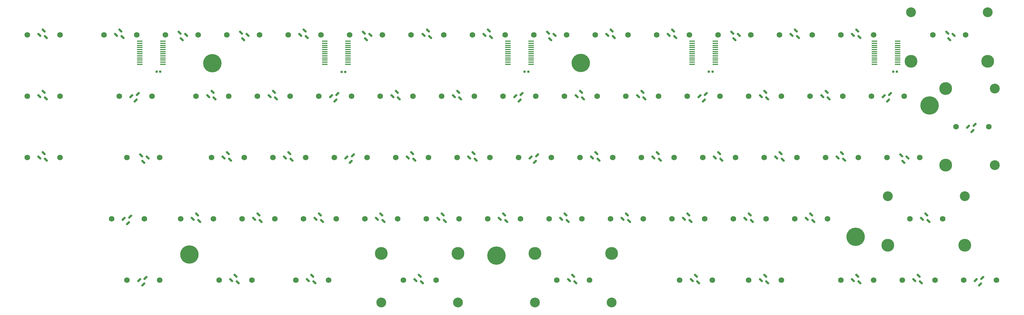
<source format=gbr>
%TF.GenerationSoftware,KiCad,Pcbnew,8.0.6*%
%TF.CreationDate,2024-12-02T23:32:27+01:00*%
%TF.ProjectId,layout_board,6c61796f-7574-45f6-926f-6172642e6b69,rev?*%
%TF.SameCoordinates,Original*%
%TF.FileFunction,Soldermask,Bot*%
%TF.FilePolarity,Negative*%
%FSLAX46Y46*%
G04 Gerber Fmt 4.6, Leading zero omitted, Abs format (unit mm)*
G04 Created by KiCad (PCBNEW 8.0.6) date 2024-12-02 23:32:27*
%MOMM*%
%LPD*%
G01*
G04 APERTURE LIST*
G04 Aperture macros list*
%AMRoundRect*
0 Rectangle with rounded corners*
0 $1 Rounding radius*
0 $2 $3 $4 $5 $6 $7 $8 $9 X,Y pos of 4 corners*
0 Add a 4 corners polygon primitive as box body*
4,1,4,$2,$3,$4,$5,$6,$7,$8,$9,$2,$3,0*
0 Add four circle primitives for the rounded corners*
1,1,$1+$1,$2,$3*
1,1,$1+$1,$4,$5*
1,1,$1+$1,$6,$7*
1,1,$1+$1,$8,$9*
0 Add four rect primitives between the rounded corners*
20,1,$1+$1,$2,$3,$4,$5,0*
20,1,$1+$1,$4,$5,$6,$7,0*
20,1,$1+$1,$6,$7,$8,$9,0*
20,1,$1+$1,$8,$9,$2,$3,0*%
G04 Aperture macros list end*
%ADD10RoundRect,0.150000X-0.309359X-0.521491X0.521491X0.309359X0.309359X0.521491X-0.521491X-0.309359X0*%
%ADD11RoundRect,0.150000X-0.521491X0.309359X0.309359X-0.521491X0.521491X-0.309359X-0.309359X0.521491X0*%
%ADD12RoundRect,0.150000X0.521491X-0.309359X-0.309359X0.521491X-0.521491X0.309359X0.309359X-0.521491X0*%
%ADD13C,3.600000*%
%ADD14C,5.700000*%
%ADD15C,1.750000*%
%ADD16C,3.987800*%
%ADD17C,3.048000*%
%ADD18R,1.750000X0.450000*%
%ADD19RoundRect,0.155000X0.212500X0.155000X-0.212500X0.155000X-0.212500X-0.155000X0.212500X-0.155000X0*%
G04 APERTURE END LIST*
D10*
%TO.C,U4:14*%
X329275413Y-113637087D03*
X327277836Y-114291161D03*
X328621339Y-115634664D03*
%TD*%
D11*
%TO.C,U4:12*%
X291175413Y-114962913D03*
X290521339Y-112965336D03*
X289177836Y-114308839D03*
%TD*%
%TO.C,U3:2*%
X86387913Y-95912913D03*
X85733839Y-93915336D03*
X84390336Y-95258839D03*
%TD*%
%TO.C,U2:5*%
X153062913Y-76862913D03*
X152408839Y-74865336D03*
X151065336Y-76208839D03*
%TD*%
%TO.C,U3:4*%
X124487913Y-95912913D03*
X123833839Y-93915336D03*
X122490336Y-95258839D03*
%TD*%
%TO.C,U2:9*%
X229262913Y-76862913D03*
X228608839Y-74865336D03*
X227265336Y-76208839D03*
%TD*%
%TO.C,U0:12*%
X272125413Y-38762913D03*
X271471339Y-36765336D03*
X270127836Y-38108839D03*
%TD*%
D12*
%TO.C,U0:8*%
X194599587Y-37437087D03*
X195253661Y-39434664D03*
X196597164Y-38091161D03*
%TD*%
%TO.C,U0:2*%
X80299587Y-37437087D03*
X80953661Y-39434664D03*
X82297164Y-38091161D03*
%TD*%
D11*
%TO.C,U4:5*%
X155444163Y-114962913D03*
X154790089Y-112965336D03*
X153446586Y-114308839D03*
%TD*%
%TO.C,U2:11*%
X267362913Y-76862913D03*
X266708839Y-74865336D03*
X265365336Y-76208839D03*
%TD*%
%TO.C,U0:13*%
X291175413Y-38762913D03*
X290521339Y-36765336D03*
X289177836Y-38108839D03*
%TD*%
%TO.C,U2:8*%
X210212913Y-76862913D03*
X209558839Y-74865336D03*
X208215336Y-76208839D03*
%TD*%
%TO.C,U1:0*%
X38762913Y-57812913D03*
X38108839Y-55815336D03*
X36765336Y-57158839D03*
%TD*%
%TO.C,U0:1*%
X62575413Y-38762913D03*
X61921339Y-36765336D03*
X60577836Y-38108839D03*
%TD*%
%TO.C,U3:5*%
X143537913Y-95912913D03*
X142883839Y-93915336D03*
X141540336Y-95258839D03*
%TD*%
%TO.C,U1:12*%
X281650413Y-57812913D03*
X280996339Y-55815336D03*
X279652836Y-57158839D03*
%TD*%
%TO.C,U4:10*%
X262600413Y-114962913D03*
X261946339Y-112965336D03*
X260602836Y-114308839D03*
%TD*%
%TO.C,U2:6*%
X172112913Y-76862913D03*
X171458839Y-74865336D03*
X170115336Y-76208839D03*
%TD*%
%TO.C,U3:11*%
X257837913Y-95912913D03*
X257183839Y-93915336D03*
X255840336Y-95258839D03*
%TD*%
%TO.C,U3:6*%
X162587913Y-95912913D03*
X161933839Y-93915336D03*
X160590336Y-95258839D03*
%TD*%
D10*
%TO.C,U2:4*%
X134012913Y-75537087D03*
X132015336Y-76191161D03*
X133358839Y-77534664D03*
%TD*%
%TO.C,U1:13*%
X300700413Y-56487087D03*
X298702836Y-57141161D03*
X300046339Y-58484664D03*
%TD*%
D11*
%TO.C,U2:3*%
X114962913Y-76862913D03*
X114308839Y-74865336D03*
X112965336Y-76208839D03*
%TD*%
D10*
%TO.C,U4:1*%
X69719163Y-113637087D03*
X67721586Y-114291161D03*
X69065089Y-115634664D03*
%TD*%
D11*
%TO.C,U0:0*%
X38762913Y-38762913D03*
X38108839Y-36765336D03*
X36765336Y-38108839D03*
%TD*%
D12*
%TO.C,U0:14*%
X318424587Y-37437087D03*
X319078661Y-39434664D03*
X320422164Y-38091161D03*
%TD*%
D11*
%TO.C,U0:7*%
X176875413Y-38762913D03*
X176221339Y-36765336D03*
X174877836Y-38108839D03*
%TD*%
%TO.C,U3:9*%
X219737913Y-95912913D03*
X219083839Y-93915336D03*
X217740336Y-95258839D03*
%TD*%
%TO.C,U1:11*%
X262600413Y-57812913D03*
X261946339Y-55815336D03*
X260602836Y-57158839D03*
%TD*%
D10*
%TO.C,U1:7*%
X186400413Y-56487087D03*
X184402836Y-57141161D03*
X185746339Y-58484664D03*
%TD*%
D11*
%TO.C,U0:10*%
X234025413Y-38762913D03*
X233371339Y-36765336D03*
X232027836Y-38108839D03*
%TD*%
%TO.C,U1:9*%
X224500413Y-57812913D03*
X223846339Y-55815336D03*
X222502836Y-57158839D03*
%TD*%
D10*
%TO.C,U1:10*%
X243550413Y-56487087D03*
X241552836Y-57141161D03*
X242896339Y-58484664D03*
%TD*%
D11*
%TO.C,U2:0*%
X38762913Y-76862913D03*
X38108839Y-74865336D03*
X36765336Y-76208839D03*
%TD*%
D12*
%TO.C,U0:5*%
X137449587Y-37437087D03*
X138103661Y-39434664D03*
X139447164Y-38091161D03*
%TD*%
%TO.C,U0:3*%
X99349587Y-37437087D03*
X100003661Y-39434664D03*
X101347164Y-38091161D03*
%TD*%
D11*
%TO.C,U3:13*%
X312606663Y-95912913D03*
X311952589Y-93915336D03*
X310609086Y-95258839D03*
%TD*%
%TO.C,U1:2*%
X91150413Y-57812913D03*
X90496339Y-55815336D03*
X89152836Y-57158839D03*
%TD*%
%TO.C,U1:5*%
X148300413Y-57812913D03*
X147646339Y-55815336D03*
X146302836Y-57158839D03*
%TD*%
%TO.C,U0:4*%
X119725413Y-38762913D03*
X119071339Y-36765336D03*
X117727836Y-38108839D03*
%TD*%
D12*
%TO.C,U0:11*%
X251749587Y-37437087D03*
X252403661Y-39434664D03*
X253747164Y-38091161D03*
%TD*%
D11*
%TO.C,U1:6*%
X167350413Y-57812913D03*
X166696339Y-55815336D03*
X165352836Y-57158839D03*
%TD*%
%TO.C,U3:10*%
X238787913Y-95912913D03*
X238133839Y-93915336D03*
X236790336Y-95258839D03*
%TD*%
D10*
%TO.C,U3:1*%
X64956663Y-94587087D03*
X62959086Y-95241161D03*
X64302589Y-96584664D03*
%TD*%
%TO.C,U1:4*%
X129250413Y-56487087D03*
X127252836Y-57141161D03*
X128596339Y-58484664D03*
%TD*%
D11*
%TO.C,U3:3*%
X105437913Y-95912913D03*
X104783839Y-93915336D03*
X103440336Y-95258839D03*
%TD*%
%TO.C,U0:9*%
X214975413Y-38762913D03*
X214321339Y-36765336D03*
X212977836Y-38108839D03*
%TD*%
%TO.C,U3:12*%
X276887913Y-95912913D03*
X276233839Y-93915336D03*
X274890336Y-95258839D03*
%TD*%
%TO.C,U0:6*%
X158016038Y-38762913D03*
X157361964Y-36765336D03*
X156018461Y-38108839D03*
%TD*%
%TO.C,U2:2*%
X95912913Y-76862913D03*
X95258839Y-74865336D03*
X93915336Y-76208839D03*
%TD*%
D10*
%TO.C,U1:1*%
X67337913Y-56487087D03*
X65340336Y-57141161D03*
X66683839Y-58484664D03*
%TD*%
D11*
%TO.C,U1:3*%
X110200413Y-57812913D03*
X109546339Y-55815336D03*
X108202836Y-57158839D03*
%TD*%
%TO.C,U2:12*%
X286412913Y-76862913D03*
X285758839Y-74865336D03*
X284415336Y-76208839D03*
%TD*%
%TO.C,U4:2*%
X98294163Y-114962913D03*
X97640089Y-112965336D03*
X96296586Y-114308839D03*
%TD*%
%TO.C,U4:13*%
X310225413Y-114962913D03*
X309571339Y-112965336D03*
X308227836Y-114308839D03*
%TD*%
%TO.C,U3:7*%
X181637913Y-95912913D03*
X180983839Y-93915336D03*
X179640336Y-95258839D03*
%TD*%
%TO.C,U1:8*%
X205450413Y-57812913D03*
X204796339Y-55815336D03*
X203452836Y-57158839D03*
%TD*%
D12*
%TO.C,U2:13*%
X304137087Y-75537087D03*
X304791161Y-77534664D03*
X306134664Y-76191161D03*
%TD*%
D11*
%TO.C,U3:8*%
X200687913Y-95912913D03*
X200033839Y-93915336D03*
X198690336Y-95258839D03*
%TD*%
%TO.C,U2:10*%
X248312913Y-76862913D03*
X247658839Y-74865336D03*
X246315336Y-76208839D03*
%TD*%
%TO.C,U4:9*%
X241169163Y-114962913D03*
X240515089Y-112965336D03*
X239171586Y-114308839D03*
%TD*%
D10*
%TO.C,U2:7*%
X191162913Y-75537087D03*
X189165336Y-76191161D03*
X190508839Y-77534664D03*
%TD*%
%TO.C,U1:14*%
X326894163Y-66012087D03*
X324896586Y-66666161D03*
X326240089Y-68009664D03*
%TD*%
D12*
%TO.C,U2:1*%
X68393337Y-75537087D03*
X69047411Y-77534664D03*
X70390914Y-76191161D03*
%TD*%
D11*
%TO.C,U4:3*%
X122106663Y-114962913D03*
X121452589Y-112965336D03*
X120109086Y-114308839D03*
%TD*%
%TO.C,U4:7*%
X203069163Y-114962913D03*
X202415089Y-112965336D03*
X201071586Y-114308839D03*
%TD*%
D13*
%TO.C,REF\u002A\u002A*%
X83299194Y-106307978D03*
D14*
X83299194Y-106307978D03*
%TD*%
D13*
%TO.C,REF\u002A\u002A*%
X312940798Y-60022470D03*
D14*
X312940798Y-60022470D03*
%TD*%
D13*
%TO.C,REF\u002A\u002A*%
X204780049Y-46851192D03*
D14*
X204780049Y-46851192D03*
%TD*%
D13*
%TO.C,REF\u002A\u002A*%
X290021286Y-100838549D03*
D14*
X290021286Y-100838549D03*
%TD*%
D13*
%TO.C,REF\u002A\u002A*%
X178623528Y-106680048D03*
D14*
X178623528Y-106680048D03*
%TD*%
D13*
%TO.C,REF\u002A\u002A*%
X90480145Y-46888399D03*
D14*
X90480145Y-46888399D03*
%TD*%
D15*
%TO.C,REF\u002A\u002A*%
X204470000Y-76200000D03*
X214630000Y-76200000D03*
%TD*%
%TO.C,REF\u002A\u002A*%
X223520000Y-76200000D03*
X233680000Y-76200000D03*
%TD*%
%TO.C,REF\u002A\u002A*%
X171132500Y-38100000D03*
X181292500Y-38100000D03*
%TD*%
%TO.C,REF\u002A\u002A*%
X61595000Y-57150000D03*
X71755000Y-57150000D03*
%TD*%
%TO.C,REF\u002A\u002A*%
X180657500Y-57150000D03*
X190817500Y-57150000D03*
%TD*%
%TO.C,REF\u002A\u002A*%
X285432500Y-38100000D03*
X295592500Y-38100000D03*
%TD*%
%TO.C,REF\u002A\u002A*%
X75882500Y-38100000D03*
X86042500Y-38100000D03*
%TD*%
%TO.C,REF\u002A\u002A*%
X233045000Y-95250000D03*
X243205000Y-95250000D03*
%TD*%
%TO.C,REF\u002A\u002A*%
X123507500Y-57150000D03*
X133667500Y-57150000D03*
%TD*%
%TO.C,REF\u002A\u002A*%
X137795000Y-95250000D03*
X147955000Y-95250000D03*
%TD*%
%TO.C,REF\u002A\u002A*%
X166370000Y-76200000D03*
X176530000Y-76200000D03*
%TD*%
%TO.C,REF\u002A\u002A*%
X228282500Y-38100000D03*
X238442500Y-38100000D03*
%TD*%
%TO.C,REF\u002A\u002A*%
X314007500Y-38100000D03*
X324167500Y-38100000D03*
%TD*%
D16*
%TO.C,REF\u002A\u002A*%
X317976250Y-54768750D03*
X317976250Y-78581250D03*
D17*
X333216250Y-54768750D03*
X333216250Y-78581250D03*
%TD*%
D15*
%TO.C,REF\u002A\u002A*%
X209232500Y-38100000D03*
X219392500Y-38100000D03*
%TD*%
%TO.C,REF\u002A\u002A*%
X304482500Y-114300000D03*
X314642500Y-114300000D03*
%TD*%
%TO.C,REF\u002A\u002A*%
X247332500Y-38100000D03*
X257492500Y-38100000D03*
%TD*%
D17*
%TO.C,REF\u002A\u002A*%
X307181250Y-31115000D03*
D16*
X307181250Y-46355000D03*
D17*
X330993750Y-31115000D03*
D16*
X330993750Y-46355000D03*
%TD*%
D15*
%TO.C,REF\u002A\u002A*%
X175895000Y-95250000D03*
X186055000Y-95250000D03*
%TD*%
%TO.C,REF\u002A\u002A*%
X104457500Y-57150000D03*
X114617500Y-57150000D03*
%TD*%
%TO.C,REF\u002A\u002A*%
X190182500Y-38100000D03*
X200342500Y-38100000D03*
%TD*%
%TO.C,REF\u002A\u002A*%
X218757500Y-57150000D03*
X228917500Y-57150000D03*
%TD*%
%TO.C,REF\u002A\u002A*%
X252095000Y-95250000D03*
X262255000Y-95250000D03*
%TD*%
%TO.C,REF\u002A\u002A*%
X237807500Y-57150000D03*
X247967500Y-57150000D03*
%TD*%
%TO.C,REF\u002A\u002A*%
X63976250Y-114300000D03*
X74136250Y-114300000D03*
%TD*%
%TO.C,REF\u002A\u002A*%
X280670000Y-76200000D03*
X290830000Y-76200000D03*
%TD*%
%TO.C,REF\u002A\u002A*%
X321151250Y-66675000D03*
X331311250Y-66675000D03*
%TD*%
%TO.C,REF\u002A\u002A*%
X147320000Y-76200000D03*
X157480000Y-76200000D03*
%TD*%
D17*
%TO.C,REF\u002A\u002A*%
X166687500Y-121285000D03*
D16*
X166687500Y-106045000D03*
D17*
X142875000Y-121285000D03*
D16*
X142875000Y-106045000D03*
%TD*%
D15*
%TO.C,REF\u002A\u002A*%
X242570000Y-76200000D03*
X252730000Y-76200000D03*
%TD*%
%TO.C,REF\u002A\u002A*%
X142557500Y-57150000D03*
X152717500Y-57150000D03*
%TD*%
%TO.C,REF\u002A\u002A*%
X133032500Y-38100000D03*
X143192500Y-38100000D03*
%TD*%
%TO.C,REF\u002A\u002A*%
X149701250Y-114300000D03*
X159861250Y-114300000D03*
%TD*%
%TO.C,REF\u002A\u002A*%
X294957500Y-57150000D03*
X305117500Y-57150000D03*
%TD*%
%TO.C,REF\u002A\u002A*%
X128270000Y-76200000D03*
X138430000Y-76200000D03*
%TD*%
%TO.C,REF\u002A\u002A*%
X59213750Y-95250000D03*
X69373750Y-95250000D03*
%TD*%
%TO.C,REF\u002A\u002A*%
X113982500Y-38100000D03*
X124142500Y-38100000D03*
%TD*%
%TO.C,REF\u002A\u002A*%
X323532500Y-114300000D03*
X333692500Y-114300000D03*
%TD*%
D17*
%TO.C,REF\u002A\u002A*%
X214312500Y-121285000D03*
D16*
X214312500Y-106045000D03*
D17*
X190500000Y-121285000D03*
D16*
X190500000Y-106045000D03*
%TD*%
D15*
%TO.C,REF\u002A\u002A*%
X94932500Y-38100000D03*
X105092500Y-38100000D03*
%TD*%
%TO.C,REF\u002A\u002A*%
X80645000Y-95250000D03*
X90805000Y-95250000D03*
%TD*%
%TO.C,REF\u002A\u002A*%
X63976250Y-76200000D03*
X74136250Y-76200000D03*
%TD*%
%TO.C,REF\u002A\u002A*%
X56832500Y-38100000D03*
X66992500Y-38100000D03*
%TD*%
%TO.C,REF\u002A\u002A*%
X194945000Y-95250000D03*
X205105000Y-95250000D03*
%TD*%
%TO.C,REF\u002A\u002A*%
X118745000Y-95250000D03*
X128905000Y-95250000D03*
%TD*%
%TO.C,REF\u002A\u002A*%
X152082500Y-38100000D03*
X162242500Y-38100000D03*
%TD*%
%TO.C,REF\u002A\u002A*%
X199707500Y-57150000D03*
X209867500Y-57150000D03*
%TD*%
%TO.C,REF\u002A\u002A*%
X99695000Y-95250000D03*
X109855000Y-95250000D03*
%TD*%
%TO.C,REF\u002A\u002A*%
X275907500Y-57150000D03*
X286067500Y-57150000D03*
%TD*%
%TO.C,REF\u002A\u002A*%
X33020000Y-57150000D03*
X43180000Y-57150000D03*
%TD*%
%TO.C,REF\u002A\u002A*%
X33020000Y-76200000D03*
X43180000Y-76200000D03*
%TD*%
%TO.C,REF\u002A\u002A*%
X156845000Y-95250000D03*
X167005000Y-95250000D03*
%TD*%
%TO.C,REF\u002A\u002A*%
X90170000Y-76200000D03*
X100330000Y-76200000D03*
%TD*%
%TO.C,REF\u002A\u002A*%
X33020000Y-38100000D03*
X43180000Y-38100000D03*
%TD*%
%TO.C,REF\u002A\u002A*%
X266382500Y-38100000D03*
X276542500Y-38100000D03*
%TD*%
%TO.C,REF\u002A\u002A*%
X256857500Y-57150000D03*
X267017500Y-57150000D03*
%TD*%
%TO.C,REF\u002A\u002A*%
X161607500Y-57150000D03*
X171767500Y-57150000D03*
%TD*%
%TO.C,REF\u002A\u002A*%
X213995000Y-95250000D03*
X224155000Y-95250000D03*
%TD*%
%TO.C,REF\u002A\u002A*%
X109220000Y-76200000D03*
X119380000Y-76200000D03*
%TD*%
D17*
%TO.C,REF\u002A\u002A*%
X300037500Y-88265000D03*
D16*
X300037500Y-103505000D03*
D17*
X323850000Y-88265000D03*
D16*
X323850000Y-103505000D03*
%TD*%
D15*
%TO.C,REF\u002A\u002A*%
X235426250Y-114300000D03*
X245586250Y-114300000D03*
%TD*%
%TO.C,REF\u002A\u002A*%
X185420000Y-76200000D03*
X195580000Y-76200000D03*
%TD*%
%TO.C,REF\u002A\u002A*%
X285432500Y-114300000D03*
X295592500Y-114300000D03*
%TD*%
%TO.C,REF\u002A\u002A*%
X256857500Y-114300000D03*
X267017500Y-114300000D03*
%TD*%
%TO.C,REF\u002A\u002A*%
X271145000Y-95250000D03*
X281305000Y-95250000D03*
%TD*%
%TO.C,REF\u002A\u002A*%
X85407500Y-57150000D03*
X95567500Y-57150000D03*
%TD*%
%TO.C,REF\u002A\u002A*%
X116363750Y-114300000D03*
X126523750Y-114300000D03*
%TD*%
%TO.C,REF\u002A\u002A*%
X299720000Y-76200000D03*
X309880000Y-76200000D03*
%TD*%
%TO.C,REF\u002A\u002A*%
X306863750Y-95250000D03*
X317023750Y-95250000D03*
%TD*%
%TO.C,REF\u002A\u002A*%
X92551250Y-114300000D03*
X102711250Y-114300000D03*
%TD*%
%TO.C,REF\u002A\u002A*%
X261620000Y-76200000D03*
X271780000Y-76200000D03*
%TD*%
%TO.C,REF\u002A\u002A*%
X197326250Y-114300000D03*
X207486250Y-114300000D03*
%TD*%
D18*
%TO.C,U2*%
X125332744Y-47218279D03*
X125332744Y-46568279D03*
X125332744Y-45918279D03*
X125332744Y-45268279D03*
X125332744Y-44618279D03*
X125332744Y-43968279D03*
X125332744Y-43318279D03*
X125332744Y-42668279D03*
X125332744Y-42018279D03*
X125332744Y-41368279D03*
X125332744Y-40718279D03*
X125332744Y-40068279D03*
X132532744Y-40068279D03*
X132532744Y-40718279D03*
X132532744Y-41368279D03*
X132532744Y-42018279D03*
X132532744Y-42668279D03*
X132532744Y-43318279D03*
X132532744Y-43968279D03*
X132532744Y-44618279D03*
X132532744Y-45268279D03*
X132532744Y-45918279D03*
X132532744Y-46568279D03*
X132532744Y-47218279D03*
%TD*%
D19*
%TO.C,C68*%
X74311774Y-49559724D03*
X73176774Y-49559724D03*
%TD*%
%TO.C,C69*%
X131722175Y-49596931D03*
X130587175Y-49596931D03*
%TD*%
D18*
%TO.C,U4*%
X239260578Y-47218279D03*
X239260578Y-46568279D03*
X239260579Y-45918279D03*
X239260578Y-45268279D03*
X239260578Y-44618280D03*
X239260578Y-43968279D03*
X239260578Y-43318279D03*
X239260578Y-42668278D03*
X239260578Y-42018279D03*
X239260579Y-41368279D03*
X239260578Y-40718279D03*
X239260578Y-40068279D03*
X246460578Y-40068279D03*
X246460578Y-40718279D03*
X246460577Y-41368279D03*
X246460578Y-42018279D03*
X246460578Y-42668278D03*
X246460578Y-43318279D03*
X246460578Y-43968279D03*
X246460578Y-44618280D03*
X246460578Y-45268279D03*
X246460577Y-45918279D03*
X246460578Y-46568279D03*
X246460578Y-47218279D03*
%TD*%
D19*
%TO.C,C71*%
X245612802Y-49522517D03*
X244477802Y-49522517D03*
%TD*%
%TO.C,C72*%
X302799961Y-49559724D03*
X301664961Y-49559724D03*
%TD*%
D18*
%TO.C,U1*%
X67947930Y-47218279D03*
X67947930Y-46568279D03*
X67947930Y-45918279D03*
X67947930Y-45268279D03*
X67947930Y-44618279D03*
X67947930Y-43968279D03*
X67947930Y-43318279D03*
X67947930Y-42668279D03*
X67947930Y-42018279D03*
X67947930Y-41368279D03*
X67947930Y-40718279D03*
X67947930Y-40068279D03*
X75147930Y-40068279D03*
X75147930Y-40718279D03*
X75147930Y-41368279D03*
X75147930Y-42018279D03*
X75147930Y-42668279D03*
X75147930Y-43318279D03*
X75147930Y-43968279D03*
X75147930Y-44618279D03*
X75147930Y-45268279D03*
X75147930Y-45918279D03*
X75147930Y-46568279D03*
X75147930Y-47218279D03*
%TD*%
%TO.C,U3*%
X182110626Y-47218279D03*
X182110626Y-46568279D03*
X182110627Y-45918279D03*
X182110626Y-45268279D03*
X182110626Y-44618280D03*
X182110626Y-43968279D03*
X182110626Y-43318279D03*
X182110626Y-42668278D03*
X182110626Y-42018279D03*
X182110627Y-41368279D03*
X182110626Y-40718279D03*
X182110626Y-40068279D03*
X189310626Y-40068279D03*
X189310626Y-40718279D03*
X189310625Y-41368279D03*
X189310626Y-42018279D03*
X189310626Y-42668278D03*
X189310626Y-43318279D03*
X189310626Y-43968279D03*
X189310626Y-44618280D03*
X189310626Y-45268279D03*
X189310625Y-45918279D03*
X189310626Y-46568279D03*
X189310626Y-47218279D03*
%TD*%
%TO.C,U5*%
X295851016Y-47218279D03*
X295851016Y-46568279D03*
X295851017Y-45918279D03*
X295851016Y-45268279D03*
X295851016Y-44618280D03*
X295851016Y-43968279D03*
X295851016Y-43318279D03*
X295851016Y-42668278D03*
X295851016Y-42018279D03*
X295851017Y-41368279D03*
X295851016Y-40718279D03*
X295851016Y-40068279D03*
X303051016Y-40068279D03*
X303051016Y-40718279D03*
X303051015Y-41368279D03*
X303051016Y-42018279D03*
X303051016Y-42668278D03*
X303051016Y-43318279D03*
X303051016Y-43968279D03*
X303051016Y-44618280D03*
X303051016Y-45268279D03*
X303051015Y-45918279D03*
X303051016Y-46568279D03*
X303051016Y-47218279D03*
%TD*%
D19*
%TO.C,C70*%
X188462850Y-49522517D03*
X187327850Y-49522517D03*
%TD*%
M02*

</source>
